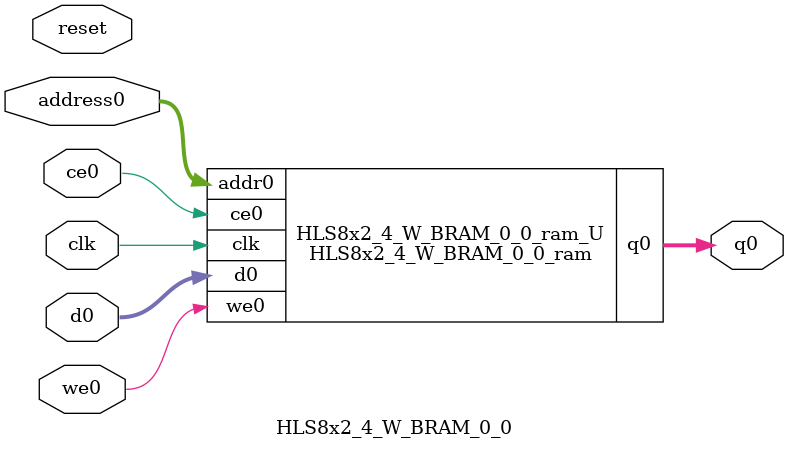
<source format=v>

`timescale 1 ns / 1 ps
module HLS8x2_4_W_BRAM_0_0_ram (addr0, ce0, d0, we0, q0,  clk);

parameter DWIDTH = 16;
parameter AWIDTH = 4;
parameter MEM_SIZE = 9;

input[AWIDTH-1:0] addr0;
input ce0;
input[DWIDTH-1:0] d0;
input we0;
output reg[DWIDTH-1:0] q0;
input clk;

(* ram_style = "distributed" *)reg [DWIDTH-1:0] ram[0:MEM_SIZE-1];




always @(posedge clk)  
begin 
    if (ce0) 
    begin
        if (we0) 
        begin 
            ram[addr0] <= d0; 
            q0 <= d0;
        end 
        else 
            q0 <= ram[addr0];
    end
end


endmodule


`timescale 1 ns / 1 ps
module HLS8x2_4_W_BRAM_0_0(
    reset,
    clk,
    address0,
    ce0,
    we0,
    d0,
    q0);

parameter DataWidth = 32'd16;
parameter AddressRange = 32'd9;
parameter AddressWidth = 32'd4;
input reset;
input clk;
input[AddressWidth - 1:0] address0;
input ce0;
input we0;
input[DataWidth - 1:0] d0;
output[DataWidth - 1:0] q0;



HLS8x2_4_W_BRAM_0_0_ram HLS8x2_4_W_BRAM_0_0_ram_U(
    .clk( clk ),
    .addr0( address0 ),
    .ce0( ce0 ),
    .d0( d0 ),
    .we0( we0 ),
    .q0( q0 ));

endmodule


</source>
